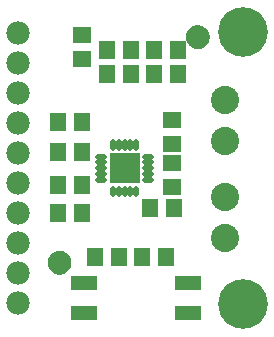
<source format=gbr>
G04 EAGLE Gerber RS-274X export*
G75*
%MOMM*%
%FSLAX34Y34*%
%LPD*%
%INSoldermask Top*%
%IPPOS*%
%AMOC8*
5,1,8,0,0,1.08239X$1,22.5*%
G01*
%ADD10R,2.653200X2.653200*%
%ADD11C,0.483200*%
%ADD12R,1.403200X1.503200*%
%ADD13R,1.503200X1.403200*%
%ADD14C,1.981200*%
%ADD15C,2.387600*%
%ADD16C,1.203200*%
%ADD17C,0.500000*%
%ADD18C,4.203200*%
%ADD19R,2.203200X1.303200*%


D10*
X105000Y140000D03*
D11*
X87600Y130000D02*
X82900Y130000D01*
X95000Y122600D02*
X95000Y117900D01*
X100000Y117900D02*
X100000Y122600D01*
X105000Y122600D02*
X105000Y117900D01*
X110000Y117900D02*
X110000Y122600D01*
X115000Y122600D02*
X115000Y117900D01*
X122400Y130000D02*
X127100Y130000D01*
X127100Y135000D02*
X122400Y135000D01*
X122400Y140000D02*
X127100Y140000D01*
X127100Y145000D02*
X122400Y145000D01*
X122400Y150000D02*
X127100Y150000D01*
X115000Y157400D02*
X115000Y162100D01*
X87600Y150000D02*
X82900Y150000D01*
X82900Y145000D02*
X87600Y145000D01*
X87600Y140000D02*
X82900Y140000D01*
X82900Y135000D02*
X87600Y135000D01*
X110000Y157400D02*
X110000Y162100D01*
X105000Y162100D02*
X105000Y157400D01*
X100000Y157400D02*
X100000Y162100D01*
X95000Y162100D02*
X95000Y157400D01*
D12*
X140160Y65000D03*
X119840Y65000D03*
X79840Y65000D03*
X100160Y65000D03*
X129840Y220000D03*
X150160Y220000D03*
X89840Y240000D03*
X110160Y240000D03*
D13*
X69000Y232840D03*
X69000Y253160D03*
D12*
X126840Y106000D03*
X147160Y106000D03*
D13*
X145000Y144160D03*
X145000Y123840D03*
X145000Y160840D03*
X145000Y181160D03*
D14*
X15000Y254300D03*
X15000Y228900D03*
X15000Y203500D03*
X15000Y178100D03*
X15000Y152700D03*
X15000Y127300D03*
X15000Y101900D03*
X15000Y76500D03*
X15000Y51100D03*
X15000Y25700D03*
D12*
X150160Y240000D03*
X129840Y240000D03*
X110160Y220000D03*
X89840Y220000D03*
D15*
X190000Y116000D03*
X190000Y81000D03*
X190000Y198000D03*
X190000Y163000D03*
D16*
X167000Y251000D03*
D17*
X167000Y258500D02*
X166819Y258498D01*
X166638Y258491D01*
X166457Y258480D01*
X166276Y258465D01*
X166096Y258445D01*
X165916Y258421D01*
X165737Y258393D01*
X165559Y258360D01*
X165382Y258323D01*
X165205Y258282D01*
X165030Y258237D01*
X164855Y258187D01*
X164682Y258133D01*
X164511Y258075D01*
X164340Y258013D01*
X164172Y257946D01*
X164005Y257876D01*
X163839Y257802D01*
X163676Y257723D01*
X163515Y257641D01*
X163355Y257555D01*
X163198Y257465D01*
X163043Y257371D01*
X162890Y257274D01*
X162740Y257172D01*
X162592Y257068D01*
X162446Y256959D01*
X162304Y256848D01*
X162164Y256732D01*
X162027Y256614D01*
X161892Y256492D01*
X161761Y256367D01*
X161633Y256239D01*
X161508Y256108D01*
X161386Y255973D01*
X161268Y255836D01*
X161152Y255696D01*
X161041Y255554D01*
X160932Y255408D01*
X160828Y255260D01*
X160726Y255110D01*
X160629Y254957D01*
X160535Y254802D01*
X160445Y254645D01*
X160359Y254485D01*
X160277Y254324D01*
X160198Y254161D01*
X160124Y253995D01*
X160054Y253828D01*
X159987Y253660D01*
X159925Y253489D01*
X159867Y253318D01*
X159813Y253145D01*
X159763Y252970D01*
X159718Y252795D01*
X159677Y252618D01*
X159640Y252441D01*
X159607Y252263D01*
X159579Y252084D01*
X159555Y251904D01*
X159535Y251724D01*
X159520Y251543D01*
X159509Y251362D01*
X159502Y251181D01*
X159500Y251000D01*
X167000Y258500D02*
X167181Y258498D01*
X167362Y258491D01*
X167543Y258480D01*
X167724Y258465D01*
X167904Y258445D01*
X168084Y258421D01*
X168263Y258393D01*
X168441Y258360D01*
X168618Y258323D01*
X168795Y258282D01*
X168970Y258237D01*
X169145Y258187D01*
X169318Y258133D01*
X169489Y258075D01*
X169660Y258013D01*
X169828Y257946D01*
X169995Y257876D01*
X170161Y257802D01*
X170324Y257723D01*
X170485Y257641D01*
X170645Y257555D01*
X170802Y257465D01*
X170957Y257371D01*
X171110Y257274D01*
X171260Y257172D01*
X171408Y257068D01*
X171554Y256959D01*
X171696Y256848D01*
X171836Y256732D01*
X171973Y256614D01*
X172108Y256492D01*
X172239Y256367D01*
X172367Y256239D01*
X172492Y256108D01*
X172614Y255973D01*
X172732Y255836D01*
X172848Y255696D01*
X172959Y255554D01*
X173068Y255408D01*
X173172Y255260D01*
X173274Y255110D01*
X173371Y254957D01*
X173465Y254802D01*
X173555Y254645D01*
X173641Y254485D01*
X173723Y254324D01*
X173802Y254161D01*
X173876Y253995D01*
X173946Y253828D01*
X174013Y253660D01*
X174075Y253489D01*
X174133Y253318D01*
X174187Y253145D01*
X174237Y252970D01*
X174282Y252795D01*
X174323Y252618D01*
X174360Y252441D01*
X174393Y252263D01*
X174421Y252084D01*
X174445Y251904D01*
X174465Y251724D01*
X174480Y251543D01*
X174491Y251362D01*
X174498Y251181D01*
X174500Y251000D01*
X174498Y250819D01*
X174491Y250638D01*
X174480Y250457D01*
X174465Y250276D01*
X174445Y250096D01*
X174421Y249916D01*
X174393Y249737D01*
X174360Y249559D01*
X174323Y249382D01*
X174282Y249205D01*
X174237Y249030D01*
X174187Y248855D01*
X174133Y248682D01*
X174075Y248511D01*
X174013Y248340D01*
X173946Y248172D01*
X173876Y248005D01*
X173802Y247839D01*
X173723Y247676D01*
X173641Y247515D01*
X173555Y247355D01*
X173465Y247198D01*
X173371Y247043D01*
X173274Y246890D01*
X173172Y246740D01*
X173068Y246592D01*
X172959Y246446D01*
X172848Y246304D01*
X172732Y246164D01*
X172614Y246027D01*
X172492Y245892D01*
X172367Y245761D01*
X172239Y245633D01*
X172108Y245508D01*
X171973Y245386D01*
X171836Y245268D01*
X171696Y245152D01*
X171554Y245041D01*
X171408Y244932D01*
X171260Y244828D01*
X171110Y244726D01*
X170957Y244629D01*
X170802Y244535D01*
X170645Y244445D01*
X170485Y244359D01*
X170324Y244277D01*
X170161Y244198D01*
X169995Y244124D01*
X169828Y244054D01*
X169660Y243987D01*
X169489Y243925D01*
X169318Y243867D01*
X169145Y243813D01*
X168970Y243763D01*
X168795Y243718D01*
X168618Y243677D01*
X168441Y243640D01*
X168263Y243607D01*
X168084Y243579D01*
X167904Y243555D01*
X167724Y243535D01*
X167543Y243520D01*
X167362Y243509D01*
X167181Y243502D01*
X167000Y243500D01*
X166819Y243502D01*
X166638Y243509D01*
X166457Y243520D01*
X166276Y243535D01*
X166096Y243555D01*
X165916Y243579D01*
X165737Y243607D01*
X165559Y243640D01*
X165382Y243677D01*
X165205Y243718D01*
X165030Y243763D01*
X164855Y243813D01*
X164682Y243867D01*
X164511Y243925D01*
X164340Y243987D01*
X164172Y244054D01*
X164005Y244124D01*
X163839Y244198D01*
X163676Y244277D01*
X163515Y244359D01*
X163355Y244445D01*
X163198Y244535D01*
X163043Y244629D01*
X162890Y244726D01*
X162740Y244828D01*
X162592Y244932D01*
X162446Y245041D01*
X162304Y245152D01*
X162164Y245268D01*
X162027Y245386D01*
X161892Y245508D01*
X161761Y245633D01*
X161633Y245761D01*
X161508Y245892D01*
X161386Y246027D01*
X161268Y246164D01*
X161152Y246304D01*
X161041Y246446D01*
X160932Y246592D01*
X160828Y246740D01*
X160726Y246890D01*
X160629Y247043D01*
X160535Y247198D01*
X160445Y247355D01*
X160359Y247515D01*
X160277Y247676D01*
X160198Y247839D01*
X160124Y248005D01*
X160054Y248172D01*
X159987Y248340D01*
X159925Y248511D01*
X159867Y248682D01*
X159813Y248855D01*
X159763Y249030D01*
X159718Y249205D01*
X159677Y249382D01*
X159640Y249559D01*
X159607Y249737D01*
X159579Y249916D01*
X159555Y250096D01*
X159535Y250276D01*
X159520Y250457D01*
X159509Y250638D01*
X159502Y250819D01*
X159500Y251000D01*
D16*
X50000Y60000D03*
D17*
X50000Y67500D02*
X49819Y67498D01*
X49638Y67491D01*
X49457Y67480D01*
X49276Y67465D01*
X49096Y67445D01*
X48916Y67421D01*
X48737Y67393D01*
X48559Y67360D01*
X48382Y67323D01*
X48205Y67282D01*
X48030Y67237D01*
X47855Y67187D01*
X47682Y67133D01*
X47511Y67075D01*
X47340Y67013D01*
X47172Y66946D01*
X47005Y66876D01*
X46839Y66802D01*
X46676Y66723D01*
X46515Y66641D01*
X46355Y66555D01*
X46198Y66465D01*
X46043Y66371D01*
X45890Y66274D01*
X45740Y66172D01*
X45592Y66068D01*
X45446Y65959D01*
X45304Y65848D01*
X45164Y65732D01*
X45027Y65614D01*
X44892Y65492D01*
X44761Y65367D01*
X44633Y65239D01*
X44508Y65108D01*
X44386Y64973D01*
X44268Y64836D01*
X44152Y64696D01*
X44041Y64554D01*
X43932Y64408D01*
X43828Y64260D01*
X43726Y64110D01*
X43629Y63957D01*
X43535Y63802D01*
X43445Y63645D01*
X43359Y63485D01*
X43277Y63324D01*
X43198Y63161D01*
X43124Y62995D01*
X43054Y62828D01*
X42987Y62660D01*
X42925Y62489D01*
X42867Y62318D01*
X42813Y62145D01*
X42763Y61970D01*
X42718Y61795D01*
X42677Y61618D01*
X42640Y61441D01*
X42607Y61263D01*
X42579Y61084D01*
X42555Y60904D01*
X42535Y60724D01*
X42520Y60543D01*
X42509Y60362D01*
X42502Y60181D01*
X42500Y60000D01*
X50000Y67500D02*
X50181Y67498D01*
X50362Y67491D01*
X50543Y67480D01*
X50724Y67465D01*
X50904Y67445D01*
X51084Y67421D01*
X51263Y67393D01*
X51441Y67360D01*
X51618Y67323D01*
X51795Y67282D01*
X51970Y67237D01*
X52145Y67187D01*
X52318Y67133D01*
X52489Y67075D01*
X52660Y67013D01*
X52828Y66946D01*
X52995Y66876D01*
X53161Y66802D01*
X53324Y66723D01*
X53485Y66641D01*
X53645Y66555D01*
X53802Y66465D01*
X53957Y66371D01*
X54110Y66274D01*
X54260Y66172D01*
X54408Y66068D01*
X54554Y65959D01*
X54696Y65848D01*
X54836Y65732D01*
X54973Y65614D01*
X55108Y65492D01*
X55239Y65367D01*
X55367Y65239D01*
X55492Y65108D01*
X55614Y64973D01*
X55732Y64836D01*
X55848Y64696D01*
X55959Y64554D01*
X56068Y64408D01*
X56172Y64260D01*
X56274Y64110D01*
X56371Y63957D01*
X56465Y63802D01*
X56555Y63645D01*
X56641Y63485D01*
X56723Y63324D01*
X56802Y63161D01*
X56876Y62995D01*
X56946Y62828D01*
X57013Y62660D01*
X57075Y62489D01*
X57133Y62318D01*
X57187Y62145D01*
X57237Y61970D01*
X57282Y61795D01*
X57323Y61618D01*
X57360Y61441D01*
X57393Y61263D01*
X57421Y61084D01*
X57445Y60904D01*
X57465Y60724D01*
X57480Y60543D01*
X57491Y60362D01*
X57498Y60181D01*
X57500Y60000D01*
X57498Y59819D01*
X57491Y59638D01*
X57480Y59457D01*
X57465Y59276D01*
X57445Y59096D01*
X57421Y58916D01*
X57393Y58737D01*
X57360Y58559D01*
X57323Y58382D01*
X57282Y58205D01*
X57237Y58030D01*
X57187Y57855D01*
X57133Y57682D01*
X57075Y57511D01*
X57013Y57340D01*
X56946Y57172D01*
X56876Y57005D01*
X56802Y56839D01*
X56723Y56676D01*
X56641Y56515D01*
X56555Y56355D01*
X56465Y56198D01*
X56371Y56043D01*
X56274Y55890D01*
X56172Y55740D01*
X56068Y55592D01*
X55959Y55446D01*
X55848Y55304D01*
X55732Y55164D01*
X55614Y55027D01*
X55492Y54892D01*
X55367Y54761D01*
X55239Y54633D01*
X55108Y54508D01*
X54973Y54386D01*
X54836Y54268D01*
X54696Y54152D01*
X54554Y54041D01*
X54408Y53932D01*
X54260Y53828D01*
X54110Y53726D01*
X53957Y53629D01*
X53802Y53535D01*
X53645Y53445D01*
X53485Y53359D01*
X53324Y53277D01*
X53161Y53198D01*
X52995Y53124D01*
X52828Y53054D01*
X52660Y52987D01*
X52489Y52925D01*
X52318Y52867D01*
X52145Y52813D01*
X51970Y52763D01*
X51795Y52718D01*
X51618Y52677D01*
X51441Y52640D01*
X51263Y52607D01*
X51084Y52579D01*
X50904Y52555D01*
X50724Y52535D01*
X50543Y52520D01*
X50362Y52509D01*
X50181Y52502D01*
X50000Y52500D01*
X49819Y52502D01*
X49638Y52509D01*
X49457Y52520D01*
X49276Y52535D01*
X49096Y52555D01*
X48916Y52579D01*
X48737Y52607D01*
X48559Y52640D01*
X48382Y52677D01*
X48205Y52718D01*
X48030Y52763D01*
X47855Y52813D01*
X47682Y52867D01*
X47511Y52925D01*
X47340Y52987D01*
X47172Y53054D01*
X47005Y53124D01*
X46839Y53198D01*
X46676Y53277D01*
X46515Y53359D01*
X46355Y53445D01*
X46198Y53535D01*
X46043Y53629D01*
X45890Y53726D01*
X45740Y53828D01*
X45592Y53932D01*
X45446Y54041D01*
X45304Y54152D01*
X45164Y54268D01*
X45027Y54386D01*
X44892Y54508D01*
X44761Y54633D01*
X44633Y54761D01*
X44508Y54892D01*
X44386Y55027D01*
X44268Y55164D01*
X44152Y55304D01*
X44041Y55446D01*
X43932Y55592D01*
X43828Y55740D01*
X43726Y55890D01*
X43629Y56043D01*
X43535Y56198D01*
X43445Y56355D01*
X43359Y56515D01*
X43277Y56676D01*
X43198Y56839D01*
X43124Y57005D01*
X43054Y57172D01*
X42987Y57340D01*
X42925Y57511D01*
X42867Y57682D01*
X42813Y57855D01*
X42763Y58030D01*
X42718Y58205D01*
X42677Y58382D01*
X42640Y58559D01*
X42607Y58737D01*
X42579Y58916D01*
X42555Y59096D01*
X42535Y59276D01*
X42520Y59457D01*
X42509Y59638D01*
X42502Y59819D01*
X42500Y60000D01*
D18*
X205000Y25000D03*
X205000Y255000D03*
D19*
X159000Y17300D03*
X159000Y42700D03*
X71000Y17300D03*
X71000Y42700D03*
D12*
X48840Y126000D03*
X69160Y126000D03*
X48840Y102000D03*
X69160Y102000D03*
X48840Y179000D03*
X69160Y179000D03*
X48840Y154000D03*
X69160Y154000D03*
M02*

</source>
